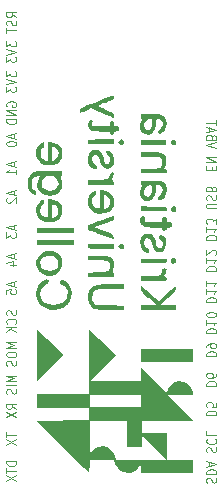
<source format=gbr>
%TF.GenerationSoftware,KiCad,Pcbnew,(6.0.4-0)*%
%TF.CreationDate,2022-09-22T13:53:57+02:00*%
%TF.ProjectId,ESP32_S2_MINI_1,45535033-325f-4533-925f-4d494e495f31,rev?*%
%TF.SameCoordinates,Original*%
%TF.FileFunction,Legend,Bot*%
%TF.FilePolarity,Positive*%
%FSLAX46Y46*%
G04 Gerber Fmt 4.6, Leading zero omitted, Abs format (unit mm)*
G04 Created by KiCad (PCBNEW (6.0.4-0)) date 2022-09-22 13:53:57*
%MOMM*%
%LPD*%
G01*
G04 APERTURE LIST*
%ADD10C,0.100000*%
G04 APERTURE END LIST*
D10*
X201175952Y-102517857D02*
X201135476Y-102415000D01*
X201135476Y-102243571D01*
X201175952Y-102175000D01*
X201216428Y-102140714D01*
X201297380Y-102106428D01*
X201378333Y-102106428D01*
X201459285Y-102140714D01*
X201499761Y-102175000D01*
X201540238Y-102243571D01*
X201580714Y-102380714D01*
X201621190Y-102449285D01*
X201661666Y-102483571D01*
X201742619Y-102517857D01*
X201823571Y-102517857D01*
X201904523Y-102483571D01*
X201945000Y-102449285D01*
X201985476Y-102380714D01*
X201985476Y-102209285D01*
X201945000Y-102106428D01*
X201135476Y-101797857D02*
X201985476Y-101797857D01*
X201985476Y-101626428D01*
X201945000Y-101523571D01*
X201864047Y-101455000D01*
X201783095Y-101420714D01*
X201621190Y-101386428D01*
X201499761Y-101386428D01*
X201337857Y-101420714D01*
X201256904Y-101455000D01*
X201175952Y-101523571D01*
X201135476Y-101626428D01*
X201135476Y-101797857D01*
X201378333Y-101112142D02*
X201378333Y-100769285D01*
X201135476Y-101180714D02*
X201985476Y-100940714D01*
X201135476Y-100700714D01*
X201175952Y-99946428D02*
X201135476Y-99843571D01*
X201135476Y-99672142D01*
X201175952Y-99603571D01*
X201216428Y-99569285D01*
X201297380Y-99535000D01*
X201378333Y-99535000D01*
X201459285Y-99569285D01*
X201499761Y-99603571D01*
X201540238Y-99672142D01*
X201580714Y-99809285D01*
X201621190Y-99877857D01*
X201661666Y-99912142D01*
X201742619Y-99946428D01*
X201823571Y-99946428D01*
X201904523Y-99912142D01*
X201945000Y-99877857D01*
X201985476Y-99809285D01*
X201985476Y-99637857D01*
X201945000Y-99535000D01*
X201216428Y-98815000D02*
X201175952Y-98849285D01*
X201135476Y-98952142D01*
X201135476Y-99020714D01*
X201175952Y-99123571D01*
X201256904Y-99192142D01*
X201337857Y-99226428D01*
X201499761Y-99260714D01*
X201621190Y-99260714D01*
X201783095Y-99226428D01*
X201864047Y-99192142D01*
X201945000Y-99123571D01*
X201985476Y-99020714D01*
X201985476Y-98952142D01*
X201945000Y-98849285D01*
X201904523Y-98815000D01*
X201135476Y-98163571D02*
X201135476Y-98506428D01*
X201985476Y-98506428D01*
X201135476Y-96826428D02*
X201985476Y-96826428D01*
X201985476Y-96655000D01*
X201945000Y-96552142D01*
X201864047Y-96483571D01*
X201783095Y-96449285D01*
X201621190Y-96415000D01*
X201499761Y-96415000D01*
X201337857Y-96449285D01*
X201256904Y-96483571D01*
X201175952Y-96552142D01*
X201135476Y-96655000D01*
X201135476Y-96826428D01*
X201985476Y-95763571D02*
X201985476Y-96106428D01*
X201580714Y-96140714D01*
X201621190Y-96106428D01*
X201661666Y-96037857D01*
X201661666Y-95866428D01*
X201621190Y-95797857D01*
X201580714Y-95763571D01*
X201499761Y-95729285D01*
X201297380Y-95729285D01*
X201216428Y-95763571D01*
X201175952Y-95797857D01*
X201135476Y-95866428D01*
X201135476Y-96037857D01*
X201175952Y-96106428D01*
X201216428Y-96140714D01*
X201135476Y-94323571D02*
X201985476Y-94323571D01*
X201985476Y-94152142D01*
X201945000Y-94049285D01*
X201864047Y-93980714D01*
X201783095Y-93946428D01*
X201621190Y-93912142D01*
X201499761Y-93912142D01*
X201337857Y-93946428D01*
X201256904Y-93980714D01*
X201175952Y-94049285D01*
X201135476Y-94152142D01*
X201135476Y-94323571D01*
X201985476Y-93294999D02*
X201985476Y-93432142D01*
X201945000Y-93500714D01*
X201904523Y-93534999D01*
X201783095Y-93603571D01*
X201621190Y-93637857D01*
X201297380Y-93637857D01*
X201216428Y-93603571D01*
X201175952Y-93569285D01*
X201135476Y-93500714D01*
X201135476Y-93363571D01*
X201175952Y-93294999D01*
X201216428Y-93260714D01*
X201297380Y-93226428D01*
X201499761Y-93226428D01*
X201580714Y-93260714D01*
X201621190Y-93294999D01*
X201661666Y-93363571D01*
X201661666Y-93500714D01*
X201621190Y-93569285D01*
X201580714Y-93603571D01*
X201499761Y-93637857D01*
X201135476Y-91820714D02*
X201985476Y-91820714D01*
X201985476Y-91649285D01*
X201945000Y-91546428D01*
X201864047Y-91477857D01*
X201783095Y-91443571D01*
X201621190Y-91409285D01*
X201499761Y-91409285D01*
X201337857Y-91443571D01*
X201256904Y-91477857D01*
X201175952Y-91546428D01*
X201135476Y-91649285D01*
X201135476Y-91820714D01*
X201135476Y-91066428D02*
X201135476Y-90929285D01*
X201175952Y-90860714D01*
X201216428Y-90826428D01*
X201337857Y-90757857D01*
X201499761Y-90723571D01*
X201823571Y-90723571D01*
X201904523Y-90757857D01*
X201945000Y-90792142D01*
X201985476Y-90860714D01*
X201985476Y-90997857D01*
X201945000Y-91066428D01*
X201904523Y-91100714D01*
X201823571Y-91134999D01*
X201621190Y-91134999D01*
X201540238Y-91100714D01*
X201499761Y-91066428D01*
X201459285Y-90997857D01*
X201459285Y-90860714D01*
X201499761Y-90792142D01*
X201540238Y-90757857D01*
X201621190Y-90723571D01*
X201135476Y-89866428D02*
X201985476Y-89866428D01*
X201985476Y-89694999D01*
X201945000Y-89592142D01*
X201864047Y-89523571D01*
X201783095Y-89489285D01*
X201621190Y-89454999D01*
X201499761Y-89454999D01*
X201337857Y-89489285D01*
X201256904Y-89523571D01*
X201175952Y-89592142D01*
X201135476Y-89694999D01*
X201135476Y-89866428D01*
X201135476Y-88769285D02*
X201135476Y-89180714D01*
X201135476Y-88974999D02*
X201985476Y-88974999D01*
X201864047Y-89043571D01*
X201783095Y-89112142D01*
X201742619Y-89180714D01*
X201985476Y-88323571D02*
X201985476Y-88254999D01*
X201945000Y-88186428D01*
X201904523Y-88152142D01*
X201823571Y-88117857D01*
X201661666Y-88083571D01*
X201459285Y-88083571D01*
X201297380Y-88117857D01*
X201216428Y-88152142D01*
X201175952Y-88186428D01*
X201135476Y-88254999D01*
X201135476Y-88323571D01*
X201175952Y-88392142D01*
X201216428Y-88426428D01*
X201297380Y-88460714D01*
X201459285Y-88494999D01*
X201661666Y-88494999D01*
X201823571Y-88460714D01*
X201904523Y-88426428D01*
X201945000Y-88392142D01*
X201985476Y-88323571D01*
X201135476Y-87226428D02*
X201985476Y-87226428D01*
X201985476Y-87054999D01*
X201945000Y-86952142D01*
X201864047Y-86883571D01*
X201783095Y-86849285D01*
X201621190Y-86814999D01*
X201499761Y-86814999D01*
X201337857Y-86849285D01*
X201256904Y-86883571D01*
X201175952Y-86952142D01*
X201135476Y-87054999D01*
X201135476Y-87226428D01*
X201135476Y-86129285D02*
X201135476Y-86540714D01*
X201135476Y-86334999D02*
X201985476Y-86334999D01*
X201864047Y-86403571D01*
X201783095Y-86472142D01*
X201742619Y-86540714D01*
X201135476Y-85443571D02*
X201135476Y-85854999D01*
X201135476Y-85649285D02*
X201985476Y-85649285D01*
X201864047Y-85717857D01*
X201783095Y-85786428D01*
X201742619Y-85854999D01*
X201135476Y-84586428D02*
X201985476Y-84586428D01*
X201985476Y-84414999D01*
X201945000Y-84312142D01*
X201864047Y-84243571D01*
X201783095Y-84209285D01*
X201621190Y-84174999D01*
X201499761Y-84174999D01*
X201337857Y-84209285D01*
X201256904Y-84243571D01*
X201175952Y-84312142D01*
X201135476Y-84414999D01*
X201135476Y-84586428D01*
X201135476Y-83489285D02*
X201135476Y-83900714D01*
X201135476Y-83694999D02*
X201985476Y-83694999D01*
X201864047Y-83763571D01*
X201783095Y-83832142D01*
X201742619Y-83900714D01*
X201904523Y-83214999D02*
X201945000Y-83180714D01*
X201985476Y-83112142D01*
X201985476Y-82940714D01*
X201945000Y-82872142D01*
X201904523Y-82837857D01*
X201823571Y-82803571D01*
X201742619Y-82803571D01*
X201621190Y-82837857D01*
X201135476Y-83249285D01*
X201135476Y-82803571D01*
X201135476Y-81946428D02*
X201985476Y-81946428D01*
X201985476Y-81774999D01*
X201945000Y-81672142D01*
X201864047Y-81603571D01*
X201783095Y-81569285D01*
X201621190Y-81534999D01*
X201499761Y-81534999D01*
X201337857Y-81569285D01*
X201256904Y-81603571D01*
X201175952Y-81672142D01*
X201135476Y-81774999D01*
X201135476Y-81946428D01*
X201135476Y-80849285D02*
X201135476Y-81260714D01*
X201135476Y-81054999D02*
X201985476Y-81054999D01*
X201864047Y-81123571D01*
X201783095Y-81192142D01*
X201742619Y-81260714D01*
X201985476Y-80609285D02*
X201985476Y-80163571D01*
X201661666Y-80403571D01*
X201661666Y-80300714D01*
X201621190Y-80232142D01*
X201580714Y-80197857D01*
X201499761Y-80163571D01*
X201297380Y-80163571D01*
X201216428Y-80197857D01*
X201175952Y-80232142D01*
X201135476Y-80300714D01*
X201135476Y-80506428D01*
X201175952Y-80574999D01*
X201216428Y-80609285D01*
X201985476Y-79306428D02*
X201297380Y-79306428D01*
X201216428Y-79272142D01*
X201175952Y-79237857D01*
X201135476Y-79169285D01*
X201135476Y-79032142D01*
X201175952Y-78963571D01*
X201216428Y-78929285D01*
X201297380Y-78894999D01*
X201985476Y-78894999D01*
X201175952Y-78586428D02*
X201135476Y-78483571D01*
X201135476Y-78312142D01*
X201175952Y-78243571D01*
X201216428Y-78209285D01*
X201297380Y-78174999D01*
X201378333Y-78174999D01*
X201459285Y-78209285D01*
X201499761Y-78243571D01*
X201540238Y-78312142D01*
X201580714Y-78449285D01*
X201621190Y-78517857D01*
X201661666Y-78552142D01*
X201742619Y-78586428D01*
X201823571Y-78586428D01*
X201904523Y-78552142D01*
X201945000Y-78517857D01*
X201985476Y-78449285D01*
X201985476Y-78277857D01*
X201945000Y-78174999D01*
X201580714Y-77626428D02*
X201540238Y-77523571D01*
X201499761Y-77489285D01*
X201418809Y-77454999D01*
X201297380Y-77454999D01*
X201216428Y-77489285D01*
X201175952Y-77523571D01*
X201135476Y-77592142D01*
X201135476Y-77866428D01*
X201985476Y-77866428D01*
X201985476Y-77626428D01*
X201945000Y-77557857D01*
X201904523Y-77523571D01*
X201823571Y-77489285D01*
X201742619Y-77489285D01*
X201661666Y-77523571D01*
X201621190Y-77557857D01*
X201580714Y-77626428D01*
X201580714Y-77866428D01*
X201580714Y-76049285D02*
X201580714Y-75809285D01*
X201135476Y-75706428D02*
X201135476Y-76049285D01*
X201985476Y-76049285D01*
X201985476Y-75706428D01*
X201135476Y-75397857D02*
X201985476Y-75397857D01*
X201135476Y-74986428D01*
X201985476Y-74986428D01*
X201985476Y-74197857D02*
X201135476Y-73957857D01*
X201985476Y-73717857D01*
X201580714Y-73237857D02*
X201540238Y-73134999D01*
X201499761Y-73100714D01*
X201418809Y-73066428D01*
X201297380Y-73066428D01*
X201216428Y-73100714D01*
X201175952Y-73134999D01*
X201135476Y-73203571D01*
X201135476Y-73477857D01*
X201985476Y-73477857D01*
X201985476Y-73237857D01*
X201945000Y-73169285D01*
X201904523Y-73134999D01*
X201823571Y-73100714D01*
X201742619Y-73100714D01*
X201661666Y-73134999D01*
X201621190Y-73169285D01*
X201580714Y-73237857D01*
X201580714Y-73477857D01*
X201378333Y-72792142D02*
X201378333Y-72449285D01*
X201135476Y-72860714D02*
X201985476Y-72620714D01*
X201135476Y-72380714D01*
X201985476Y-72243571D02*
X201985476Y-71832142D01*
X201135476Y-72037857D02*
X201985476Y-72037857D01*
X185054523Y-63117857D02*
X184649761Y-62877857D01*
X185054523Y-62706428D02*
X184204523Y-62706428D01*
X184204523Y-62980714D01*
X184245000Y-63049285D01*
X184285476Y-63083571D01*
X184366428Y-63117857D01*
X184487857Y-63117857D01*
X184568809Y-63083571D01*
X184609285Y-63049285D01*
X184649761Y-62980714D01*
X184649761Y-62706428D01*
X185014047Y-63392142D02*
X185054523Y-63495000D01*
X185054523Y-63666428D01*
X185014047Y-63735000D01*
X184973571Y-63769285D01*
X184892619Y-63803571D01*
X184811666Y-63803571D01*
X184730714Y-63769285D01*
X184690238Y-63735000D01*
X184649761Y-63666428D01*
X184609285Y-63529285D01*
X184568809Y-63460714D01*
X184528333Y-63426428D01*
X184447380Y-63392142D01*
X184366428Y-63392142D01*
X184285476Y-63426428D01*
X184245000Y-63460714D01*
X184204523Y-63529285D01*
X184204523Y-63700714D01*
X184245000Y-63803571D01*
X184204523Y-64009285D02*
X184204523Y-64420714D01*
X185054523Y-64215000D02*
X184204523Y-64215000D01*
X184204523Y-65140714D02*
X184204523Y-65586428D01*
X184528333Y-65346428D01*
X184528333Y-65449285D01*
X184568809Y-65517857D01*
X184609285Y-65552142D01*
X184690238Y-65586428D01*
X184892619Y-65586428D01*
X184973571Y-65552142D01*
X185014047Y-65517857D01*
X185054523Y-65449285D01*
X185054523Y-65243571D01*
X185014047Y-65175000D01*
X184973571Y-65140714D01*
X184204523Y-65792142D02*
X185054523Y-66032142D01*
X184204523Y-66272142D01*
X184204523Y-66443571D02*
X184204523Y-66889285D01*
X184528333Y-66649285D01*
X184528333Y-66752142D01*
X184568809Y-66820714D01*
X184609285Y-66855000D01*
X184690238Y-66889285D01*
X184892619Y-66889285D01*
X184973571Y-66855000D01*
X185014047Y-66820714D01*
X185054523Y-66752142D01*
X185054523Y-66546428D01*
X185014047Y-66477857D01*
X184973571Y-66443571D01*
X184204523Y-67677857D02*
X184204523Y-68123571D01*
X184528333Y-67883571D01*
X184528333Y-67986428D01*
X184568809Y-68055000D01*
X184609285Y-68089285D01*
X184690238Y-68123571D01*
X184892619Y-68123571D01*
X184973571Y-68089285D01*
X185014047Y-68055000D01*
X185054523Y-67986428D01*
X185054523Y-67780714D01*
X185014047Y-67712142D01*
X184973571Y-67677857D01*
X184204523Y-68329285D02*
X185054523Y-68569285D01*
X184204523Y-68809285D01*
X184204523Y-68980714D02*
X184204523Y-69426428D01*
X184528333Y-69186428D01*
X184528333Y-69289285D01*
X184568809Y-69357857D01*
X184609285Y-69392142D01*
X184690238Y-69426428D01*
X184892619Y-69426428D01*
X184973571Y-69392142D01*
X185014047Y-69357857D01*
X185054523Y-69289285D01*
X185054523Y-69083571D01*
X185014047Y-69015000D01*
X184973571Y-68980714D01*
X184245000Y-70660714D02*
X184204523Y-70592142D01*
X184204523Y-70489285D01*
X184245000Y-70386428D01*
X184325952Y-70317857D01*
X184406904Y-70283571D01*
X184568809Y-70249285D01*
X184690238Y-70249285D01*
X184852142Y-70283571D01*
X184933095Y-70317857D01*
X185014047Y-70386428D01*
X185054523Y-70489285D01*
X185054523Y-70557857D01*
X185014047Y-70660714D01*
X184973571Y-70695000D01*
X184690238Y-70695000D01*
X184690238Y-70557857D01*
X185054523Y-71003571D02*
X184204523Y-71003571D01*
X185054523Y-71415000D01*
X184204523Y-71415000D01*
X185054523Y-71757857D02*
X184204523Y-71757857D01*
X184204523Y-71929285D01*
X184245000Y-72032142D01*
X184325952Y-72100714D01*
X184406904Y-72135000D01*
X184568809Y-72169285D01*
X184690238Y-72169285D01*
X184852142Y-72135000D01*
X184933095Y-72100714D01*
X185014047Y-72032142D01*
X185054523Y-71929285D01*
X185054523Y-71757857D01*
X184811666Y-72992142D02*
X184811666Y-73335000D01*
X185054523Y-72923571D02*
X184204523Y-73163571D01*
X185054523Y-73403571D01*
X184204523Y-73780714D02*
X184204523Y-73849285D01*
X184245000Y-73917857D01*
X184285476Y-73952142D01*
X184366428Y-73986428D01*
X184528333Y-74020714D01*
X184730714Y-74020714D01*
X184892619Y-73986428D01*
X184973571Y-73952142D01*
X185014047Y-73917857D01*
X185054523Y-73849285D01*
X185054523Y-73780714D01*
X185014047Y-73712142D01*
X184973571Y-73677857D01*
X184892619Y-73643571D01*
X184730714Y-73609285D01*
X184528333Y-73609285D01*
X184366428Y-73643571D01*
X184285476Y-73677857D01*
X184245000Y-73712142D01*
X184204523Y-73780714D01*
X184811666Y-75392142D02*
X184811666Y-75735000D01*
X185054523Y-75323571D02*
X184204523Y-75563571D01*
X185054523Y-75803571D01*
X185054523Y-76420714D02*
X185054523Y-76009285D01*
X185054523Y-76215000D02*
X184204523Y-76215000D01*
X184325952Y-76146428D01*
X184406904Y-76077857D01*
X184447380Y-76009285D01*
X184811666Y-77792142D02*
X184811666Y-78135000D01*
X185054523Y-77723571D02*
X184204523Y-77963571D01*
X185054523Y-78203571D01*
X184285476Y-78409285D02*
X184245000Y-78443571D01*
X184204523Y-78512142D01*
X184204523Y-78683571D01*
X184245000Y-78752142D01*
X184285476Y-78786428D01*
X184366428Y-78820714D01*
X184447380Y-78820714D01*
X184568809Y-78786428D01*
X185054523Y-78375000D01*
X185054523Y-78820714D01*
X184811666Y-80740714D02*
X184811666Y-81083571D01*
X185054523Y-80672142D02*
X184204523Y-80912142D01*
X185054523Y-81152142D01*
X184204523Y-81323571D02*
X184204523Y-81769285D01*
X184528333Y-81529285D01*
X184528333Y-81632142D01*
X184568809Y-81700714D01*
X184609285Y-81735000D01*
X184690238Y-81769285D01*
X184892619Y-81769285D01*
X184973571Y-81735000D01*
X185014047Y-81700714D01*
X185054523Y-81632142D01*
X185054523Y-81426428D01*
X185014047Y-81357857D01*
X184973571Y-81323571D01*
X184811666Y-83140714D02*
X184811666Y-83483571D01*
X185054523Y-83072142D02*
X184204523Y-83312142D01*
X185054523Y-83552142D01*
X184487857Y-84100714D02*
X185054523Y-84100714D01*
X184164047Y-83929285D02*
X184771190Y-83757857D01*
X184771190Y-84203571D01*
X184811666Y-85540714D02*
X184811666Y-85883571D01*
X185054523Y-85472142D02*
X184204523Y-85712142D01*
X185054523Y-85952142D01*
X184204523Y-86535000D02*
X184204523Y-86192142D01*
X184609285Y-86157857D01*
X184568809Y-86192142D01*
X184528333Y-86260714D01*
X184528333Y-86432142D01*
X184568809Y-86500714D01*
X184609285Y-86535000D01*
X184690238Y-86569285D01*
X184892619Y-86569285D01*
X184973571Y-86535000D01*
X185014047Y-86500714D01*
X185054523Y-86432142D01*
X185054523Y-86260714D01*
X185014047Y-86192142D01*
X184973571Y-86157857D01*
X185014047Y-87940714D02*
X185054523Y-88043571D01*
X185054523Y-88215000D01*
X185014047Y-88283571D01*
X184973571Y-88317857D01*
X184892619Y-88352142D01*
X184811666Y-88352142D01*
X184730714Y-88317857D01*
X184690238Y-88283571D01*
X184649761Y-88215000D01*
X184609285Y-88077857D01*
X184568809Y-88009285D01*
X184528333Y-87975000D01*
X184447380Y-87940714D01*
X184366428Y-87940714D01*
X184285476Y-87975000D01*
X184245000Y-88009285D01*
X184204523Y-88077857D01*
X184204523Y-88249285D01*
X184245000Y-88352142D01*
X184973571Y-89072142D02*
X185014047Y-89037857D01*
X185054523Y-88935000D01*
X185054523Y-88866428D01*
X185014047Y-88763571D01*
X184933095Y-88695000D01*
X184852142Y-88660714D01*
X184690238Y-88626428D01*
X184568809Y-88626428D01*
X184406904Y-88660714D01*
X184325952Y-88695000D01*
X184245000Y-88763571D01*
X184204523Y-88866428D01*
X184204523Y-88935000D01*
X184245000Y-89037857D01*
X184285476Y-89072142D01*
X185054523Y-89380714D02*
X184204523Y-89380714D01*
X185054523Y-89792142D02*
X184568809Y-89483571D01*
X184204523Y-89792142D02*
X184690238Y-89380714D01*
X185054523Y-90649285D02*
X184204523Y-90649285D01*
X184811666Y-90889285D01*
X184204523Y-91129285D01*
X185054523Y-91129285D01*
X184204523Y-91609285D02*
X184204523Y-91746428D01*
X184245000Y-91815000D01*
X184325952Y-91883571D01*
X184487857Y-91917857D01*
X184771190Y-91917857D01*
X184933095Y-91883571D01*
X185014047Y-91815000D01*
X185054523Y-91746428D01*
X185054523Y-91609285D01*
X185014047Y-91540714D01*
X184933095Y-91472142D01*
X184771190Y-91437857D01*
X184487857Y-91437857D01*
X184325952Y-91472142D01*
X184245000Y-91540714D01*
X184204523Y-91609285D01*
X185014047Y-92192142D02*
X185054523Y-92295000D01*
X185054523Y-92466428D01*
X185014047Y-92535000D01*
X184973571Y-92569285D01*
X184892619Y-92603571D01*
X184811666Y-92603571D01*
X184730714Y-92569285D01*
X184690238Y-92535000D01*
X184649761Y-92466428D01*
X184609285Y-92329285D01*
X184568809Y-92260714D01*
X184528333Y-92226428D01*
X184447380Y-92192142D01*
X184366428Y-92192142D01*
X184285476Y-92226428D01*
X184245000Y-92260714D01*
X184204523Y-92329285D01*
X184204523Y-92500714D01*
X184245000Y-92603571D01*
X185054523Y-93460714D02*
X184204523Y-93460714D01*
X184811666Y-93700714D01*
X184204523Y-93940714D01*
X185054523Y-93940714D01*
X185054523Y-94283571D02*
X184204523Y-94283571D01*
X185014047Y-94592142D02*
X185054523Y-94695000D01*
X185054523Y-94866428D01*
X185014047Y-94935000D01*
X184973571Y-94969285D01*
X184892619Y-95003571D01*
X184811666Y-95003571D01*
X184730714Y-94969285D01*
X184690238Y-94935000D01*
X184649761Y-94866428D01*
X184609285Y-94729285D01*
X184568809Y-94660714D01*
X184528333Y-94626428D01*
X184447380Y-94592142D01*
X184366428Y-94592142D01*
X184285476Y-94626428D01*
X184245000Y-94660714D01*
X184204523Y-94729285D01*
X184204523Y-94900714D01*
X184245000Y-95003571D01*
X185054523Y-96272142D02*
X184649761Y-96032142D01*
X185054523Y-95860714D02*
X184204523Y-95860714D01*
X184204523Y-96135000D01*
X184245000Y-96203571D01*
X184285476Y-96237857D01*
X184366428Y-96272142D01*
X184487857Y-96272142D01*
X184568809Y-96237857D01*
X184609285Y-96203571D01*
X184649761Y-96135000D01*
X184649761Y-95860714D01*
X184204523Y-96512142D02*
X185054523Y-96992142D01*
X184204523Y-96992142D02*
X185054523Y-96512142D01*
X184204523Y-98260714D02*
X184204523Y-98672142D01*
X185054523Y-98466428D02*
X184204523Y-98466428D01*
X184204523Y-98843571D02*
X185054523Y-99323571D01*
X184204523Y-99323571D02*
X185054523Y-98843571D01*
X185054523Y-100695000D02*
X184204523Y-100695000D01*
X184204523Y-100866428D01*
X184245000Y-100969285D01*
X184325952Y-101037857D01*
X184406904Y-101072142D01*
X184568809Y-101106428D01*
X184690238Y-101106428D01*
X184852142Y-101072142D01*
X184933095Y-101037857D01*
X185014047Y-100969285D01*
X185054523Y-100866428D01*
X185054523Y-100695000D01*
X184204523Y-101312142D02*
X184204523Y-101723571D01*
X185054523Y-101517857D02*
X184204523Y-101517857D01*
X184204523Y-101895000D02*
X185054523Y-102375000D01*
X184204523Y-102375000D02*
X185054523Y-101895000D01*
%TO.C,H4*%
G36*
X200013803Y-92314925D02*
G01*
X195599194Y-92314925D01*
X195599194Y-91163287D01*
X200013803Y-91163287D01*
X200013803Y-92314925D01*
G37*
G36*
X191951720Y-74364841D02*
G01*
X192153189Y-74458364D01*
X192200435Y-74505868D01*
X192320959Y-74717510D01*
X192433365Y-75050178D01*
X192490916Y-75247247D01*
X192556475Y-75418065D01*
X192621993Y-75507300D01*
X192701236Y-75540129D01*
X192810053Y-75522632D01*
X192934639Y-75416771D01*
X193011653Y-75253658D01*
X193014047Y-75073631D01*
X192946716Y-74940680D01*
X192815055Y-74809887D01*
X192808004Y-74805155D01*
X192696591Y-74686089D01*
X192653286Y-74553217D01*
X192681106Y-74445167D01*
X192783071Y-74400567D01*
X192810801Y-74403779D01*
X192951545Y-74464044D01*
X193106921Y-74576512D01*
X193246181Y-74747811D01*
X193336511Y-74997055D01*
X193344006Y-75262248D01*
X193276712Y-75516069D01*
X193142674Y-75731196D01*
X192949939Y-75880308D01*
X192706551Y-75936083D01*
X192559852Y-75908505D01*
X192359683Y-75777899D01*
X192202863Y-75563855D01*
X192113911Y-75292979D01*
X192094862Y-75189880D01*
X192006558Y-74919107D01*
X191880053Y-74767612D01*
X191713346Y-74732598D01*
X191638299Y-74751847D01*
X191512202Y-74859129D01*
X191454515Y-75025995D01*
X191465879Y-75218086D01*
X191546933Y-75401042D01*
X191698315Y-75540503D01*
X191768007Y-75590459D01*
X191867800Y-75725048D01*
X191891723Y-75864187D01*
X191827199Y-75966333D01*
X191789832Y-75979972D01*
X191646985Y-75959912D01*
X191477057Y-75874328D01*
X191320308Y-75747219D01*
X191216997Y-75602584D01*
X191147026Y-75359130D01*
X191132154Y-75065048D01*
X191178776Y-74784227D01*
X191280486Y-74552504D01*
X191430881Y-74405717D01*
X191468712Y-74387765D01*
X191702511Y-74339774D01*
X191951720Y-74364841D01*
G37*
G36*
X193295919Y-80320537D02*
G01*
X192455490Y-80612881D01*
X191615060Y-80905224D01*
X192439495Y-81195552D01*
X192527646Y-81226625D01*
X192831593Y-81335580D01*
X193038564Y-81416584D01*
X193167922Y-81480885D01*
X193239035Y-81539731D01*
X193271265Y-81604368D01*
X193283978Y-81686044D01*
X193284989Y-81697041D01*
X193279659Y-81831011D01*
X193243685Y-81886209D01*
X193208234Y-81877705D01*
X193069460Y-81833376D01*
X192851094Y-81759003D01*
X192577883Y-81663464D01*
X192274570Y-81555641D01*
X191965903Y-81444411D01*
X191676625Y-81338656D01*
X191431483Y-81247253D01*
X191255221Y-81179083D01*
X191172586Y-81143026D01*
X191169310Y-81140582D01*
X191134803Y-81052945D01*
X191120605Y-80899042D01*
X191124046Y-80808162D01*
X191150944Y-80729543D01*
X191225717Y-80666612D01*
X191372755Y-80600310D01*
X191616448Y-80511577D01*
X191692845Y-80484478D01*
X192013828Y-80370058D01*
X192372334Y-80241619D01*
X192704106Y-80122165D01*
X193295919Y-79908359D01*
X193295919Y-80320537D01*
G37*
G36*
X196670856Y-79149524D02*
G01*
X197742519Y-79167066D01*
X197762764Y-79343010D01*
X197783008Y-79518955D01*
X195599194Y-79518955D01*
X195599194Y-79131982D01*
X196670856Y-79149524D01*
G37*
G36*
X196414937Y-74528766D02*
G01*
X196662091Y-74531441D01*
X197033440Y-74552605D01*
X197306263Y-74599984D01*
X197498972Y-74679679D01*
X197629979Y-74797791D01*
X197717693Y-74960420D01*
X197757566Y-75152119D01*
X197753559Y-75401210D01*
X197705420Y-75636395D01*
X197619568Y-75802589D01*
X197567888Y-75863078D01*
X197555100Y-75919785D01*
X197643991Y-75953953D01*
X197732338Y-76006336D01*
X197774509Y-76154023D01*
X197774509Y-76319962D01*
X195599194Y-76319962D01*
X195599194Y-75936083D01*
X196355800Y-75936083D01*
X196590981Y-75935546D01*
X196841354Y-75930652D01*
X197007810Y-75916727D01*
X197116414Y-75889134D01*
X197193227Y-75843232D01*
X197264313Y-75774384D01*
X197353832Y-75647808D01*
X197417958Y-75423967D01*
X197389549Y-75204881D01*
X197268378Y-75032122D01*
X197194478Y-74983799D01*
X197087993Y-74947501D01*
X196930473Y-74925753D01*
X196696302Y-74915180D01*
X196359864Y-74912406D01*
X195599194Y-74912406D01*
X195599194Y-74528527D01*
X196414937Y-74528766D01*
G37*
G36*
X189968967Y-81374371D02*
G01*
X186769975Y-81374371D01*
X186769975Y-80990491D01*
X189968967Y-80990491D01*
X189968967Y-81374371D01*
G37*
G36*
X189968967Y-82398048D02*
G01*
X186769975Y-82398048D01*
X186769975Y-82014169D01*
X189968967Y-82014169D01*
X189968967Y-82398048D01*
G37*
G36*
X192447534Y-79725884D02*
G01*
X192059144Y-79743134D01*
X191714908Y-79654193D01*
X191431928Y-79466055D01*
X191227307Y-79185714D01*
X191138620Y-78900876D01*
X191128660Y-78591234D01*
X191192207Y-78295717D01*
X191321789Y-78048724D01*
X191509934Y-77884650D01*
X191599818Y-77840678D01*
X191739009Y-77799039D01*
X191806648Y-77843021D01*
X191824383Y-77979127D01*
X191801572Y-78116228D01*
X191703304Y-78205184D01*
X191662293Y-78222962D01*
X191542329Y-78351190D01*
X191474950Y-78548025D01*
X191463515Y-78774203D01*
X191511378Y-78990457D01*
X191621898Y-79157522D01*
X191757910Y-79240652D01*
X191940546Y-79302263D01*
X192144282Y-79343010D01*
X192144282Y-78751197D01*
X192464181Y-78751197D01*
X192465070Y-78879717D01*
X192471854Y-79109184D01*
X192483861Y-79267799D01*
X192499348Y-79327015D01*
X192559944Y-79317220D01*
X192722788Y-79230225D01*
X192875714Y-79085928D01*
X192971621Y-78924475D01*
X192993293Y-78839084D01*
X192988681Y-78594657D01*
X192896949Y-78382144D01*
X192736354Y-78232174D01*
X192525151Y-78175378D01*
X192512244Y-78187848D01*
X192487451Y-78295903D01*
X192470476Y-78492697D01*
X192464181Y-78751197D01*
X192144282Y-78751197D01*
X192144282Y-77716272D01*
X192416196Y-77761451D01*
X192672279Y-77823935D01*
X192993308Y-77986279D01*
X193215272Y-78224241D01*
X193333348Y-78533758D01*
X193353244Y-78744899D01*
X193294919Y-79079362D01*
X193128551Y-79362469D01*
X192864965Y-79578637D01*
X192514982Y-79712277D01*
X192499348Y-79715431D01*
X192447534Y-79725884D01*
G37*
G36*
X194127657Y-86108879D02*
G01*
X193183955Y-86110406D01*
X192875356Y-86112722D01*
X192427229Y-86127699D01*
X192085130Y-86161406D01*
X191835343Y-86219474D01*
X191664149Y-86307536D01*
X191557829Y-86431225D01*
X191502666Y-86596175D01*
X191484942Y-86808016D01*
X191484769Y-86820874D01*
X191495268Y-87034219D01*
X191545358Y-87179104D01*
X191653570Y-87310789D01*
X191827163Y-87484446D01*
X192977410Y-87506656D01*
X194127657Y-87528865D01*
X194127657Y-87900315D01*
X193024005Y-87898910D01*
X193016547Y-87898900D01*
X192524131Y-87893106D01*
X192141479Y-87874096D01*
X191850898Y-87836973D01*
X191634698Y-87776840D01*
X191475185Y-87688802D01*
X191354670Y-87567961D01*
X191255459Y-87409421D01*
X191210407Y-87313288D01*
X191125947Y-86975613D01*
X191135857Y-86631970D01*
X191232604Y-86311515D01*
X191408659Y-86043408D01*
X191656489Y-85856806D01*
X191683823Y-85843846D01*
X191797082Y-85798402D01*
X191924257Y-85766134D01*
X192088152Y-85744851D01*
X192311572Y-85732362D01*
X192617324Y-85726475D01*
X193028210Y-85725000D01*
X194127657Y-85725000D01*
X194127657Y-86108879D01*
G37*
G36*
X196041968Y-78665405D02*
G01*
X195802289Y-78560672D01*
X195624498Y-78360275D01*
X195557566Y-78169619D01*
X195549906Y-77925859D01*
X195866277Y-77925859D01*
X195885439Y-78082102D01*
X195974169Y-78199310D01*
X195987702Y-78211159D01*
X196156910Y-78295117D01*
X196312290Y-78265502D01*
X196440186Y-78135646D01*
X196526939Y-77918881D01*
X196558892Y-77628539D01*
X196557680Y-77510427D01*
X196539052Y-77394439D01*
X196476880Y-77350508D01*
X196344878Y-77343640D01*
X196182801Y-77368795D01*
X196019557Y-77466634D01*
X196007103Y-77481662D01*
X195926057Y-77639189D01*
X195875355Y-77834872D01*
X195866277Y-77925859D01*
X195549906Y-77925859D01*
X195548237Y-77872755D01*
X195627919Y-77565515D01*
X195644942Y-77521941D01*
X195677207Y-77394783D01*
X195659909Y-77343640D01*
X195659167Y-77343626D01*
X195616785Y-77286482D01*
X195599194Y-77151701D01*
X195599194Y-76959761D01*
X196427922Y-76959761D01*
X196757389Y-76963021D01*
X197085382Y-76979682D01*
X197321709Y-77015291D01*
X197486635Y-77075161D01*
X197600423Y-77164606D01*
X197683337Y-77288939D01*
X197693247Y-77308971D01*
X197763604Y-77562385D01*
X197765217Y-77843804D01*
X197705899Y-78115639D01*
X197593462Y-78340305D01*
X197435720Y-78480214D01*
X197242120Y-78565993D01*
X197130403Y-78587723D01*
X197081523Y-78538081D01*
X197070730Y-78412471D01*
X197070808Y-78400656D01*
X197104479Y-78234472D01*
X197213782Y-78142565D01*
X197290468Y-78097780D01*
X197408699Y-77945873D01*
X197442539Y-77759050D01*
X197397593Y-77574029D01*
X197279466Y-77427525D01*
X197093760Y-77356255D01*
X196896853Y-77336880D01*
X196863789Y-77748782D01*
X196855498Y-77833822D01*
X196777338Y-78197181D01*
X196640435Y-78461682D01*
X196449337Y-78617785D01*
X196309929Y-78663983D01*
X196156910Y-78664795D01*
X196041968Y-78665405D01*
G37*
G36*
X187758085Y-85326881D02*
G01*
X187776672Y-85352461D01*
X187797041Y-85480465D01*
X187760772Y-85619134D01*
X187681688Y-85700820D01*
X187500165Y-85773303D01*
X187265836Y-85948288D01*
X187132267Y-86195083D01*
X187089874Y-86527068D01*
X187118180Y-86796011D01*
X187242775Y-87082305D01*
X187465968Y-87287544D01*
X187787034Y-87411128D01*
X188205251Y-87452456D01*
X188553575Y-87429851D01*
X188901676Y-87334792D01*
X189152157Y-87162058D01*
X189309925Y-86907958D01*
X189379889Y-86568798D01*
X189387365Y-86441867D01*
X189380929Y-86262355D01*
X189336036Y-86132340D01*
X189240142Y-86000839D01*
X189213573Y-85970934D01*
X189059196Y-85837655D01*
X188913488Y-85762755D01*
X188876623Y-85752068D01*
X188778986Y-85680159D01*
X188753350Y-85531842D01*
X188767509Y-85415750D01*
X188833477Y-85348752D01*
X188968170Y-85365353D01*
X189187763Y-85462992D01*
X189315801Y-85543139D01*
X189538238Y-85780748D01*
X189679494Y-86082898D01*
X189737037Y-86423999D01*
X189708332Y-86778460D01*
X189590845Y-87120692D01*
X189382042Y-87425104D01*
X189336054Y-87472703D01*
X189020751Y-87707913D01*
X188661000Y-87851635D01*
X188278819Y-87907521D01*
X187896224Y-87879222D01*
X187535232Y-87770390D01*
X187217859Y-87584676D01*
X186966121Y-87325732D01*
X186802036Y-86997209D01*
X186780950Y-86925683D01*
X186731909Y-86721484D01*
X186710275Y-86569075D01*
X186711463Y-86487368D01*
X186767709Y-86173142D01*
X186889235Y-85870374D01*
X187054907Y-85636273D01*
X187139082Y-85563233D01*
X187316749Y-85447748D01*
X187504159Y-85358852D01*
X187663781Y-85313059D01*
X187758085Y-85326881D01*
G37*
G36*
X191500472Y-71888478D02*
G01*
X191484981Y-72018862D01*
X191472077Y-72104439D01*
X191484325Y-72213520D01*
X191554226Y-72285617D01*
X191699300Y-72328050D01*
X191937064Y-72348142D01*
X192285038Y-72353212D01*
X192976020Y-72353212D01*
X192976020Y-72129282D01*
X192983521Y-71997372D01*
X193027802Y-71922083D01*
X193135970Y-71905353D01*
X193227784Y-71915061D01*
X193283468Y-71975661D01*
X193295919Y-72125420D01*
X193296058Y-72156795D01*
X193311282Y-72286082D01*
X193378569Y-72342956D01*
X193535844Y-72365345D01*
X193547613Y-72366336D01*
X193699423Y-72390621D01*
X193762946Y-72449830D01*
X193775768Y-72577141D01*
X193775747Y-72586559D01*
X193761096Y-72709219D01*
X193693657Y-72765619D01*
X193535844Y-72788938D01*
X193434414Y-72801314D01*
X193325376Y-72845538D01*
X193295919Y-72932893D01*
X193262155Y-73026280D01*
X193135970Y-73056990D01*
X193016484Y-73031357D01*
X192976020Y-72934389D01*
X192973860Y-72904907D01*
X192949632Y-72861826D01*
X192881368Y-72832743D01*
X192748089Y-72813753D01*
X192528818Y-72800951D01*
X192202576Y-72790434D01*
X191900455Y-72781257D01*
X191668454Y-72769002D01*
X191515253Y-72748970D01*
X191415162Y-72715510D01*
X191342491Y-72662974D01*
X191271552Y-72585713D01*
X191223147Y-72524987D01*
X191142447Y-72354828D01*
X191133283Y-72137855D01*
X191135724Y-72106156D01*
X191160278Y-71951219D01*
X191218259Y-71879581D01*
X191337561Y-71852248D01*
X191451402Y-71846052D01*
X191500472Y-71888478D01*
G37*
G36*
X186848521Y-89584274D02*
G01*
X186959358Y-89682581D01*
X187138306Y-89850931D01*
X187372368Y-90076870D01*
X187648545Y-90347941D01*
X187953842Y-90651689D01*
X189040328Y-91739587D01*
X186769975Y-94009940D01*
X186769975Y-91786866D01*
X186770952Y-91343919D01*
X186774430Y-90860537D01*
X186780122Y-90432458D01*
X186787710Y-90074213D01*
X186796875Y-89800333D01*
X186807300Y-89625348D01*
X186818665Y-89563791D01*
X186848521Y-89584274D01*
G37*
G36*
X196051567Y-86182265D02*
G01*
X196123749Y-86247077D01*
X196372715Y-86470092D01*
X196613554Y-86685149D01*
X196802791Y-86853408D01*
X197101642Y-87118089D01*
X197782293Y-86485524D01*
X197885776Y-86389776D01*
X198118107Y-86178111D01*
X198310093Y-86007779D01*
X198444127Y-85894242D01*
X198502605Y-85852960D01*
X198506641Y-85854075D01*
X198531930Y-85923741D01*
X198542267Y-86068435D01*
X198537729Y-86139319D01*
X198509849Y-86230096D01*
X198443452Y-86332137D01*
X198323733Y-86463276D01*
X198135889Y-86641345D01*
X197865118Y-86884179D01*
X197187969Y-87484446D01*
X197865118Y-87502606D01*
X198542267Y-87520765D01*
X198542267Y-87900315D01*
X195599194Y-87900315D01*
X195599194Y-87516436D01*
X196944767Y-87516436D01*
X196271980Y-86899070D01*
X196226601Y-86857402D01*
X195974157Y-86622976D01*
X195800299Y-86452219D01*
X195690450Y-86326275D01*
X195630034Y-86226286D01*
X195604475Y-86133398D01*
X195599194Y-86028753D01*
X195599194Y-85775802D01*
X196051567Y-86182265D01*
G37*
G36*
X194013296Y-82296810D02*
G01*
X194127452Y-82373654D01*
X194185754Y-82495552D01*
X194152463Y-82637973D01*
X194077485Y-82722933D01*
X193932922Y-82765293D01*
X193783534Y-82684583D01*
X193710325Y-82600708D01*
X193689716Y-82501152D01*
X193764002Y-82371329D01*
X193879024Y-82289552D01*
X194013296Y-82296810D01*
G37*
G36*
X196430115Y-81473099D02*
G01*
X196607685Y-81565894D01*
X196653404Y-81617742D01*
X196762886Y-81813308D01*
X196845439Y-82053593D01*
X196878434Y-82278995D01*
X196908652Y-82386209D01*
X196994727Y-82527047D01*
X196996519Y-82529246D01*
X197128968Y-82626595D01*
X197257021Y-82620886D01*
X197362556Y-82535924D01*
X197427449Y-82395512D01*
X197433578Y-82223456D01*
X197362819Y-82043559D01*
X197273787Y-81934480D01*
X197197215Y-81886209D01*
X197196444Y-81886195D01*
X197152817Y-81829043D01*
X197134710Y-81694270D01*
X197138240Y-81615969D01*
X197176224Y-81522915D01*
X197273675Y-81518881D01*
X197452458Y-81597187D01*
X197549733Y-81664990D01*
X197690390Y-81863260D01*
X197759809Y-82117076D01*
X197756079Y-82391448D01*
X197677290Y-82651386D01*
X197521530Y-82861902D01*
X197344023Y-82989675D01*
X197150985Y-83032634D01*
X196918836Y-82976929D01*
X196791130Y-82902272D01*
X196685336Y-82769112D01*
X196591901Y-82555506D01*
X196497506Y-82238099D01*
X196495611Y-82230910D01*
X196435544Y-82022103D01*
X196380038Y-81906720D01*
X196305840Y-81854246D01*
X196189697Y-81834168D01*
X196090179Y-81829807D01*
X195983438Y-81868912D01*
X195914467Y-81994117D01*
X195896789Y-82048810D01*
X195884587Y-82287208D01*
X195966619Y-82498380D01*
X196129322Y-82641464D01*
X196202875Y-82692024D01*
X196290241Y-82823502D01*
X196306612Y-82965174D01*
X196239701Y-83069399D01*
X196209182Y-83080571D01*
X196075379Y-83058841D01*
X195910783Y-82971864D01*
X195754540Y-82844011D01*
X195645795Y-82699654D01*
X195565667Y-82450161D01*
X195548277Y-82162704D01*
X195593219Y-81885292D01*
X195694340Y-81654645D01*
X195845491Y-81507480D01*
X195955714Y-81464869D01*
X196193641Y-81437957D01*
X196430115Y-81473099D01*
G37*
G36*
X193295919Y-73888728D02*
G01*
X192250915Y-73888728D01*
X192008945Y-73887499D01*
X191683410Y-73881572D01*
X191418498Y-73871577D01*
X191236654Y-73858453D01*
X191160320Y-73843138D01*
X191135369Y-73774959D01*
X191133662Y-73635203D01*
X191152594Y-73472859D01*
X192224257Y-73455317D01*
X193295919Y-73437775D01*
X193295919Y-73888728D01*
G37*
G36*
X197762764Y-83725630D02*
G01*
X197742519Y-83901575D01*
X196670856Y-83919117D01*
X195599194Y-83936658D01*
X195599194Y-83549685D01*
X197783008Y-83549685D01*
X197762764Y-83725630D01*
G37*
G36*
X187891260Y-78214296D02*
G01*
X187586024Y-78171172D01*
X187311159Y-78051935D01*
X187082916Y-77870007D01*
X186917548Y-77638810D01*
X186831307Y-77371764D01*
X186834508Y-77270349D01*
X187186260Y-77270349D01*
X187250424Y-77485986D01*
X187298572Y-77562977D01*
X187439178Y-77700045D01*
X187635978Y-77771163D01*
X187922327Y-77791499D01*
X187940972Y-77791453D01*
X188152614Y-77776750D01*
X188299218Y-77721383D01*
X188438372Y-77604481D01*
X188530498Y-77492206D01*
X188619464Y-77266390D01*
X188607747Y-77041434D01*
X188511201Y-76836314D01*
X188345682Y-76670005D01*
X188127045Y-76561483D01*
X187871145Y-76529726D01*
X187593839Y-76593709D01*
X187576780Y-76601037D01*
X187409172Y-76691849D01*
X187294713Y-76784192D01*
X187269714Y-76818645D01*
X187194009Y-77027001D01*
X187186260Y-77270349D01*
X186834508Y-77270349D01*
X186840444Y-77082293D01*
X186961213Y-76783816D01*
X187087993Y-76575882D01*
X186865004Y-76575882D01*
X186660901Y-76615154D01*
X186464463Y-76759107D01*
X186348692Y-76990544D01*
X186333783Y-77069616D01*
X186340600Y-77321779D01*
X186416835Y-77548987D01*
X186549035Y-77703372D01*
X186594577Y-77741598D01*
X186674797Y-77867898D01*
X186710980Y-78010507D01*
X186696383Y-78127107D01*
X186624261Y-78175378D01*
X186598775Y-78173255D01*
X186443046Y-78103559D01*
X186272422Y-77958144D01*
X186124934Y-77768037D01*
X186017001Y-77481837D01*
X185997527Y-77150817D01*
X186060890Y-76816490D01*
X186199711Y-76517508D01*
X186406610Y-76292521D01*
X186461915Y-76255291D01*
X186541967Y-76217875D01*
X186648941Y-76191731D01*
X186803045Y-76174865D01*
X187024482Y-76165285D01*
X187333461Y-76160999D01*
X187750187Y-76160013D01*
X188913300Y-76160013D01*
X188933579Y-76336321D01*
X188929043Y-76457922D01*
X188855187Y-76550494D01*
X188802688Y-76579076D01*
X188792987Y-76641559D01*
X188850903Y-76770882D01*
X188906878Y-76907382D01*
X188947755Y-77225893D01*
X188884959Y-77544314D01*
X188728249Y-77828468D01*
X188487382Y-78044176D01*
X188210614Y-78167886D01*
X187922327Y-78209781D01*
X187891260Y-78214296D01*
G37*
G36*
X192327221Y-83308417D02*
G01*
X192690027Y-83341623D01*
X192957302Y-83411960D01*
X193144055Y-83523490D01*
X193265292Y-83680280D01*
X193332587Y-83866056D01*
X193349063Y-84178575D01*
X193259695Y-84476113D01*
X193203752Y-84621345D01*
X193228100Y-84689379D01*
X193234630Y-84692569D01*
X193278125Y-84777441D01*
X193295919Y-84930584D01*
X193295919Y-85149182D01*
X192250915Y-85149182D01*
X192008945Y-85147953D01*
X191683410Y-85142025D01*
X191418498Y-85132030D01*
X191236654Y-85118906D01*
X191160320Y-85103591D01*
X191135369Y-85035412D01*
X191133662Y-84895657D01*
X191152594Y-84733313D01*
X191973699Y-84701323D01*
X192132998Y-84694662D01*
X192467705Y-84673158D01*
X192700053Y-84637648D01*
X192848551Y-84578011D01*
X192931706Y-84484122D01*
X192968026Y-84345859D01*
X192976020Y-84153100D01*
X192974849Y-84080965D01*
X192955940Y-83936866D01*
X192899702Y-83835009D01*
X192788010Y-83767250D01*
X192602740Y-83725445D01*
X192325767Y-83701450D01*
X191938968Y-83687122D01*
X191113363Y-83664609D01*
X191132979Y-83495182D01*
X191152594Y-83325756D01*
X191888363Y-83307358D01*
X192327221Y-83308417D01*
G37*
G36*
X194098359Y-73486094D02*
G01*
X194177157Y-73600177D01*
X194177271Y-73744379D01*
X194089515Y-73869149D01*
X193995363Y-73929508D01*
X193892689Y-73939384D01*
X193780338Y-73852168D01*
X193695028Y-73702520D01*
X193717319Y-73564482D01*
X193829185Y-73470340D01*
X194012171Y-73451953D01*
X194098359Y-73486094D01*
G37*
G36*
X198482634Y-79108617D02*
G01*
X198576776Y-79220482D01*
X198595163Y-79403469D01*
X198561022Y-79489657D01*
X198446939Y-79568455D01*
X198302737Y-79568569D01*
X198177967Y-79480813D01*
X198117608Y-79386661D01*
X198107732Y-79283987D01*
X198194948Y-79171636D01*
X198344596Y-79086326D01*
X198482634Y-79108617D01*
G37*
G36*
X196205705Y-73056990D02*
G01*
X195998808Y-73037975D01*
X195787109Y-72941994D01*
X195634946Y-72751477D01*
X195557780Y-72524794D01*
X195552946Y-72327955D01*
X195857000Y-72327955D01*
X195902042Y-72514842D01*
X196022211Y-72634191D01*
X196208675Y-72662605D01*
X196266824Y-72651548D01*
X196428964Y-72546547D01*
X196525416Y-72336226D01*
X196557948Y-72017318D01*
X196557327Y-71919849D01*
X196543227Y-71782917D01*
X196497805Y-71725228D01*
X196404175Y-71713413D01*
X196256923Y-71724425D01*
X196077639Y-71802135D01*
X195948717Y-71973909D01*
X195895916Y-72096927D01*
X195857000Y-72327955D01*
X195552946Y-72327955D01*
X195550322Y-72221078D01*
X195635418Y-71938623D01*
X195691362Y-71793391D01*
X195667014Y-71725357D01*
X195619859Y-71656836D01*
X195599194Y-71516142D01*
X195599194Y-71329534D01*
X196461913Y-71329534D01*
X196571622Y-71329562D01*
X196887737Y-71331241D01*
X197107747Y-71338559D01*
X197256508Y-71355682D01*
X197358877Y-71386778D01*
X197439712Y-71436013D01*
X197523870Y-71507554D01*
X197611874Y-71604836D01*
X197732465Y-71855475D01*
X197772357Y-72143157D01*
X197733967Y-72432013D01*
X197619715Y-72686172D01*
X197432019Y-72869763D01*
X197335634Y-72925109D01*
X197179472Y-72984261D01*
X197095667Y-72952007D01*
X197070730Y-72826740D01*
X197119278Y-72662729D01*
X197262670Y-72481172D01*
X197301973Y-72441984D01*
X197430984Y-72235613D01*
X197439755Y-72029955D01*
X197326650Y-71841373D01*
X197204235Y-71757912D01*
X197038741Y-71713413D01*
X197009118Y-71713877D01*
X196922915Y-71735185D01*
X196886254Y-71813964D01*
X196878434Y-71985328D01*
X196866305Y-72215887D01*
X196789736Y-72566027D01*
X196649134Y-72830854D01*
X196451968Y-72998474D01*
X196208675Y-73056284D01*
X196205705Y-73056990D01*
G37*
G36*
X198471756Y-73528938D02*
G01*
X198554513Y-73588168D01*
X198574257Y-73728779D01*
X198572060Y-73790380D01*
X198531975Y-73900269D01*
X198417892Y-73942789D01*
X198313644Y-73938172D01*
X198180447Y-73853976D01*
X198145281Y-73788878D01*
X198145903Y-73647282D01*
X198239611Y-73544632D01*
X198402616Y-73517010D01*
X198471756Y-73528938D01*
G37*
G36*
X187339540Y-84889443D02*
G01*
X187039989Y-84679341D01*
X186994415Y-84633010D01*
X186856784Y-84454115D01*
X186773845Y-84287056D01*
X186720652Y-84028898D01*
X186725298Y-83963435D01*
X187089874Y-83963435D01*
X187099352Y-84124105D01*
X187155304Y-84272337D01*
X187286722Y-84407726D01*
X187347333Y-84451637D01*
X187595568Y-84551190D01*
X187884878Y-84583908D01*
X188166196Y-84548239D01*
X188390454Y-84442631D01*
X188539343Y-84261004D01*
X188607635Y-84020799D01*
X188585751Y-83769140D01*
X188477330Y-83543078D01*
X188286014Y-83379664D01*
X188220983Y-83350757D01*
X187960173Y-83296706D01*
X187678740Y-83309348D01*
X187422929Y-83382863D01*
X187238983Y-83511431D01*
X187125404Y-83706070D01*
X187089874Y-83963435D01*
X186725298Y-83963435D01*
X186739213Y-83767363D01*
X186849950Y-83487013D01*
X187023682Y-83221223D01*
X187268500Y-83022021D01*
X187595148Y-82904239D01*
X187826900Y-82874032D01*
X188180070Y-82915846D01*
X188487055Y-83057966D01*
X188729284Y-83286099D01*
X188888187Y-83585953D01*
X188945190Y-83943234D01*
X188912465Y-84213254D01*
X188781669Y-84516092D01*
X188570423Y-84753656D01*
X188299659Y-84917860D01*
X187990304Y-85000616D01*
X187884878Y-84998431D01*
X187663288Y-84993839D01*
X187339540Y-84889443D01*
G37*
G36*
X198427905Y-83512427D02*
G01*
X198542062Y-83589271D01*
X198600364Y-83711169D01*
X198567072Y-83853590D01*
X198492094Y-83938550D01*
X198347532Y-83980911D01*
X198198144Y-83900200D01*
X198124935Y-83816325D01*
X198104325Y-83716769D01*
X198178612Y-83586947D01*
X198293633Y-83505169D01*
X198427905Y-83512427D01*
G37*
G36*
X193295919Y-82717947D02*
G01*
X192250915Y-82717947D01*
X192008589Y-82716793D01*
X191683591Y-82711245D01*
X191419462Y-82701894D01*
X191238564Y-82689618D01*
X191163258Y-82675294D01*
X191137143Y-82617719D01*
X191120605Y-82483355D01*
X191120605Y-82334068D01*
X193295919Y-82334068D01*
X193295919Y-82717947D01*
G37*
G36*
X195847506Y-79978693D02*
G01*
X195905451Y-80046623D01*
X195931226Y-80206738D01*
X195951083Y-80446663D01*
X196670856Y-80464753D01*
X197390630Y-80482844D01*
X197390630Y-80256819D01*
X197400992Y-80105776D01*
X197454028Y-80043096D01*
X197582569Y-80030794D01*
X197709537Y-80042565D01*
X197763809Y-80104274D01*
X197774509Y-80254723D01*
X197774537Y-80271768D01*
X197786803Y-80412870D01*
X197848354Y-80468748D01*
X197998438Y-80478653D01*
X198015483Y-80478681D01*
X198156585Y-80490947D01*
X198212464Y-80552498D01*
X198222368Y-80702582D01*
X198222340Y-80719626D01*
X198210074Y-80860729D01*
X198148523Y-80916607D01*
X197998438Y-80926512D01*
X197897347Y-80930694D01*
X197799558Y-80966279D01*
X197774509Y-81054471D01*
X197772529Y-81087503D01*
X197723063Y-81162322D01*
X197582569Y-81182431D01*
X197533022Y-81181111D01*
X197420793Y-81148134D01*
X197390630Y-81054471D01*
X197390567Y-81046992D01*
X197379349Y-80991325D01*
X197332686Y-80956054D01*
X197227453Y-80936568D01*
X197040525Y-80928257D01*
X196748776Y-80926512D01*
X196605786Y-80925107D01*
X196200288Y-80898784D01*
X195904965Y-80836798D01*
X195709165Y-80736055D01*
X195602239Y-80593460D01*
X195541694Y-80369751D01*
X195547766Y-80162676D01*
X195623384Y-80019974D01*
X195762127Y-79966814D01*
X195847506Y-79978693D01*
G37*
G36*
X187832766Y-80487793D02*
G01*
X187488149Y-80444916D01*
X187167000Y-80307774D01*
X186921968Y-80088407D01*
X186772177Y-79799231D01*
X186730270Y-79630144D01*
X186718377Y-79393200D01*
X186772203Y-79123193D01*
X186776942Y-79107287D01*
X186870680Y-78921327D01*
X187015395Y-78744090D01*
X187176325Y-78611443D01*
X187318712Y-78559257D01*
X187341382Y-78561798D01*
X187404377Y-78627490D01*
X187406105Y-78752256D01*
X187352582Y-78895980D01*
X187249824Y-79018547D01*
X187158857Y-79108204D01*
X187103980Y-79240622D01*
X187089874Y-79448466D01*
X187090313Y-79479862D01*
X187146746Y-79756954D01*
X187299661Y-79950646D01*
X187551707Y-80064470D01*
X187725631Y-80107631D01*
X187739053Y-79518955D01*
X188049572Y-79518955D01*
X188050461Y-79647475D01*
X188057244Y-79876942D01*
X188069252Y-80035558D01*
X188084739Y-80094774D01*
X188167035Y-80072570D01*
X188318650Y-79990076D01*
X188467443Y-79880054D01*
X188559514Y-79778418D01*
X188617696Y-79580658D01*
X188598939Y-79353531D01*
X188509365Y-79148551D01*
X188364642Y-79000244D01*
X188180440Y-78943136D01*
X188126646Y-78948982D01*
X188084604Y-78985007D01*
X188061443Y-79075736D01*
X188051615Y-79245581D01*
X188049572Y-79518955D01*
X187739053Y-79518955D01*
X187743647Y-79317449D01*
X187761662Y-78527267D01*
X188028219Y-78538849D01*
X188164129Y-78551553D01*
X188493328Y-78655194D01*
X188738654Y-78852395D01*
X188891947Y-79134662D01*
X188945050Y-79493498D01*
X188912123Y-79771547D01*
X188776430Y-80071769D01*
X188544775Y-80297055D01*
X188226955Y-80438649D01*
X188084739Y-80456379D01*
X187832766Y-80487793D01*
G37*
G36*
X193270465Y-69764886D02*
G01*
X193284984Y-69802219D01*
X193290949Y-69846258D01*
X193285099Y-69950797D01*
X193231325Y-70037685D01*
X193111189Y-70121240D01*
X192906255Y-70215778D01*
X192598086Y-70335617D01*
X192383391Y-70418656D01*
X192160324Y-70511513D01*
X192008439Y-70582831D01*
X191952343Y-70621709D01*
X191998420Y-70656847D01*
X192141244Y-70730888D01*
X192357687Y-70830954D01*
X192624131Y-70945655D01*
X192846710Y-71039046D01*
X193062474Y-71134914D01*
X193195009Y-71207749D01*
X193264583Y-71272346D01*
X193291463Y-71343497D01*
X193295919Y-71435997D01*
X193295698Y-71521903D01*
X193283118Y-71587096D01*
X193237172Y-71608278D01*
X193136758Y-71583947D01*
X192960772Y-71512600D01*
X192688111Y-71392736D01*
X192673402Y-71386254D01*
X192445879Y-71286530D01*
X192163321Y-71163344D01*
X191883369Y-71041832D01*
X191398526Y-70831966D01*
X190965324Y-71016770D01*
X190939494Y-71027747D01*
X190724304Y-71115740D01*
X190557906Y-71177971D01*
X190474474Y-71201575D01*
X190434443Y-71150460D01*
X190416826Y-71020386D01*
X190416964Y-71005242D01*
X190424045Y-70948910D01*
X190452035Y-70896900D01*
X190514886Y-70841722D01*
X190626551Y-70775887D01*
X190800980Y-70691905D01*
X191052127Y-70582285D01*
X191393942Y-70439539D01*
X191840378Y-70256176D01*
X192204255Y-70107600D01*
X192568164Y-69961128D01*
X192839017Y-69856234D01*
X193030744Y-69788540D01*
X193157274Y-69753669D01*
X193232538Y-69747243D01*
X193270465Y-69764886D01*
G37*
G36*
X195597724Y-101320088D02*
G01*
X195596255Y-100920214D01*
X195464992Y-101144144D01*
X195361672Y-101293755D01*
X195101946Y-101528340D01*
X194798906Y-101664487D01*
X194475631Y-101704441D01*
X194155197Y-101650449D01*
X193860683Y-101504756D01*
X193615166Y-101269608D01*
X193441723Y-100947250D01*
X193329865Y-100632305D01*
X191248564Y-100632305D01*
X191248564Y-101144144D01*
X191248086Y-101216523D01*
X191239707Y-101440484D01*
X191223047Y-101597062D01*
X191200922Y-101655983D01*
X191199901Y-101655712D01*
X191139911Y-101605179D01*
X190999260Y-101473368D01*
X190786871Y-101269012D01*
X190511671Y-101000842D01*
X190182583Y-100677591D01*
X189808533Y-100307991D01*
X189398446Y-99900774D01*
X188961247Y-99464673D01*
X186801215Y-97305353D01*
X191248564Y-97305353D01*
X191248564Y-100041432D01*
X191490808Y-99799188D01*
X191733385Y-99611043D01*
X192055889Y-99483029D01*
X192389285Y-99457807D01*
X192710506Y-99529607D01*
X192996489Y-99692659D01*
X193224168Y-99941193D01*
X193370478Y-100269438D01*
X193450419Y-100568325D01*
X197741019Y-100568325D01*
X196718091Y-99543535D01*
X195695164Y-98518745D01*
X195676477Y-98999706D01*
X195657791Y-99480668D01*
X194447557Y-99480668D01*
X194447557Y-97305353D01*
X191248564Y-97305353D01*
X186801215Y-97305353D01*
X186769214Y-97273363D01*
X191184584Y-97239715D01*
X191184584Y-96217695D01*
X186769975Y-96217695D01*
X186769975Y-96153716D01*
X191248564Y-96153716D01*
X195599194Y-96153716D01*
X195599194Y-95066058D01*
X191248564Y-95066058D01*
X191248564Y-96153716D01*
X186769975Y-96153716D01*
X186769975Y-95002078D01*
X191184584Y-95002078D01*
X191184584Y-92282935D01*
X191184955Y-91947666D01*
X191187272Y-91394044D01*
X191191510Y-90889546D01*
X191197433Y-90447311D01*
X191204806Y-90080480D01*
X191213394Y-89802190D01*
X191222962Y-89625581D01*
X191233275Y-89563791D01*
X191263086Y-89584237D01*
X191373876Y-89682494D01*
X191552783Y-89850801D01*
X191786807Y-90076701D01*
X192062949Y-90347736D01*
X192368212Y-90651449D01*
X193454457Y-91739106D01*
X192368212Y-92826764D01*
X191281966Y-93914421D01*
X195599194Y-93914421D01*
X195599194Y-92796185D01*
X196676332Y-93871926D01*
X197753471Y-94947666D01*
X197864556Y-94656792D01*
X197977099Y-94435245D01*
X198212755Y-94174688D01*
X198507830Y-94005666D01*
X198838296Y-93935942D01*
X199180124Y-93973277D01*
X199509287Y-94125436D01*
X199613316Y-94204533D01*
X199818509Y-94422110D01*
X199960655Y-94661457D01*
X200013803Y-94883580D01*
X200013803Y-95066058D01*
X197871890Y-95066058D01*
X198942847Y-96138407D01*
X199138973Y-96335589D01*
X199420503Y-96621680D01*
X199661279Y-96870070D01*
X199848774Y-97067662D01*
X199970458Y-97201356D01*
X200013803Y-97258054D01*
X199976516Y-97266771D01*
X199825922Y-97277229D01*
X199573445Y-97286502D01*
X199233772Y-97294270D01*
X198821596Y-97300214D01*
X198351605Y-97304015D01*
X197838489Y-97305353D01*
X195663174Y-97305353D01*
X195663174Y-98329031D01*
X197838489Y-98329031D01*
X197838489Y-100568325D01*
X200013803Y-100568325D01*
X200013803Y-101719962D01*
X195599194Y-101719962D01*
X195597724Y-101320088D01*
G37*
G36*
X197724513Y-84390879D02*
G01*
X197768076Y-84445658D01*
X197749756Y-84585160D01*
X197694072Y-84756677D01*
X197611242Y-84896928D01*
X197573516Y-84940883D01*
X197555864Y-85002871D01*
X197648700Y-85040323D01*
X197671192Y-85046962D01*
X197754912Y-85114024D01*
X197763223Y-85256388D01*
X197742519Y-85437091D01*
X196670856Y-85454633D01*
X195599194Y-85472175D01*
X195599194Y-85021222D01*
X196362308Y-85021222D01*
X196645581Y-85020520D01*
X196880025Y-85015193D01*
X197033265Y-85000490D01*
X197130527Y-84971662D01*
X197197039Y-84923963D01*
X197258026Y-84852644D01*
X197351606Y-84689307D01*
X197390630Y-84532745D01*
X197395978Y-84465118D01*
X197449182Y-84397588D01*
X197590567Y-84381423D01*
X197724513Y-84390879D01*
G37*
G36*
X187746357Y-75665277D02*
G01*
X187508724Y-75638537D01*
X187233679Y-75546569D01*
X187023540Y-75374044D01*
X186845834Y-75100600D01*
X186837168Y-75083559D01*
X186742401Y-74779491D01*
X186739869Y-74466612D01*
X186821297Y-74175493D01*
X186978416Y-73936703D01*
X187202952Y-73780813D01*
X187409773Y-73696422D01*
X187409773Y-73920535D01*
X187409731Y-73930503D01*
X187386072Y-74092781D01*
X187316055Y-74144648D01*
X187272892Y-74151856D01*
X187171201Y-74247872D01*
X187111522Y-74438111D01*
X187102452Y-74700211D01*
X187103586Y-74715782D01*
X187168201Y-74969829D01*
X187324036Y-75146665D01*
X187585718Y-75263334D01*
X187597448Y-75266703D01*
X187653141Y-75277214D01*
X187690478Y-75258089D01*
X187713130Y-75189663D01*
X187724767Y-75052273D01*
X187729058Y-74826252D01*
X187729306Y-74691359D01*
X188049572Y-74691359D01*
X188050663Y-74905804D01*
X188057910Y-75104580D01*
X188075845Y-75214039D01*
X188108908Y-75256493D01*
X188161536Y-75254255D01*
X188190412Y-75245631D01*
X188413355Y-75111188D01*
X188567703Y-74895978D01*
X188625390Y-74637331D01*
X188621786Y-74589303D01*
X188543570Y-74390010D01*
X188393290Y-74220311D01*
X188210961Y-74129264D01*
X188049572Y-74098412D01*
X188049572Y-74691359D01*
X187729306Y-74691359D01*
X187729673Y-74491936D01*
X187729673Y-73678965D01*
X188057664Y-73717811D01*
X188133162Y-73728593D01*
X188479393Y-73838918D01*
X188734000Y-74034618D01*
X188891159Y-74309528D01*
X188945050Y-74657485D01*
X188945034Y-74665367D01*
X188888719Y-75022548D01*
X188730478Y-75309719D01*
X188480526Y-75518290D01*
X188149080Y-75639673D01*
X188108908Y-75642227D01*
X187746357Y-75665277D01*
G37*
G36*
X196670856Y-73519297D02*
G01*
X197742519Y-73536839D01*
X197742519Y-73920718D01*
X196670856Y-73938260D01*
X195599194Y-73955802D01*
X195599194Y-73501755D01*
X196670856Y-73519297D01*
G37*
G36*
X193322981Y-76268315D02*
G01*
X193328783Y-76417256D01*
X193246742Y-76639681D01*
X193184313Y-76776938D01*
X193164937Y-76869872D01*
X193207977Y-76895781D01*
X193269531Y-76940386D01*
X193295919Y-77087721D01*
X193295919Y-77279660D01*
X191112105Y-77279660D01*
X191132350Y-77103716D01*
X191152594Y-76927771D01*
X191934341Y-76895781D01*
X191979829Y-76893893D01*
X192330102Y-76875039D01*
X192576548Y-76846671D01*
X192740920Y-76799281D01*
X192844970Y-76723364D01*
X192910452Y-76609414D01*
X192959116Y-76447922D01*
X192962716Y-76434051D01*
X193037969Y-76267962D01*
X193156032Y-76203510D01*
X193231346Y-76202517D01*
X193322981Y-76268315D01*
G37*
%TD*%
M02*

</source>
